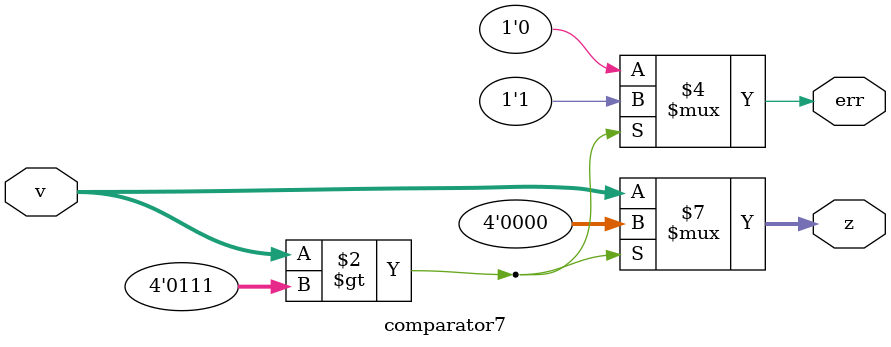
<source format=v>
module top_level (SW, HEX4, HEX3, LEDR);
	input[9:0] SW;
	output [6:0] HEX4, HEX3;
	output [9:0] LEDR;
	
	wire [3:0] sumInA, sumInB, total_sum, total;
	wire cin;
	
	assign LEDR[4:1] = total;
	assign cin = SW[8];
	assign total = total_sum + cin;
	
	comparator7 comparatorA (
		.v(SW[3:0]),
		.z(sumInA),
		.err(LEDR[8])
	);
	
	comparator7 comparatorB (
		.v(SW[7:4]),
		.z(sumInB),
		.err(LEDR[9])
	);
	
	fourBit_FA fourbit (
		.a(sumInA), 
		.b(sumInB),  
		.s(total_sum)
	);
	
	lab3_p2_v1 lab3 (
		.v(total), 
		.d1(HEX4), 
		.d2(HEX3)
	);
	
	

endmodule

module comparator7 (v, z, err);
	input [3:0] v; 	
	output reg [3:0] z; 
	output reg err;
	
	always @(v)
	begin
	  if (v > 4'b0111) begin
		z = 0;
		err = 1;
	  end else begin
		z = v;
		err = 0;
		end
	end
	
endmodule

</source>
